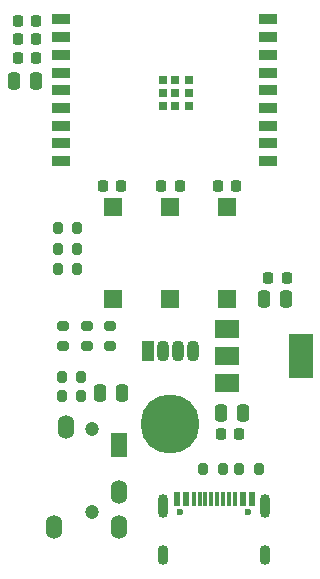
<source format=gts>
%TF.GenerationSoftware,KiCad,Pcbnew,7.0.2-6a45011f42~172~ubuntu22.04.1*%
%TF.CreationDate,2023-05-17T08:32:53+02:00*%
%TF.ProjectId,PowerMeterLC,506f7765-724d-4657-9465-724c432e6b69,rev?*%
%TF.SameCoordinates,Original*%
%TF.FileFunction,Soldermask,Top*%
%TF.FilePolarity,Negative*%
%FSLAX46Y46*%
G04 Gerber Fmt 4.6, Leading zero omitted, Abs format (unit mm)*
G04 Created by KiCad (PCBNEW 7.0.2-6a45011f42~172~ubuntu22.04.1) date 2023-05-17 08:32:53*
%MOMM*%
%LPD*%
G01*
G04 APERTURE LIST*
G04 Aperture macros list*
%AMRoundRect*
0 Rectangle with rounded corners*
0 $1 Rounding radius*
0 $2 $3 $4 $5 $6 $7 $8 $9 X,Y pos of 4 corners*
0 Add a 4 corners polygon primitive as box body*
4,1,4,$2,$3,$4,$5,$6,$7,$8,$9,$2,$3,0*
0 Add four circle primitives for the rounded corners*
1,1,$1+$1,$2,$3*
1,1,$1+$1,$4,$5*
1,1,$1+$1,$6,$7*
1,1,$1+$1,$8,$9*
0 Add four rect primitives between the rounded corners*
20,1,$1+$1,$2,$3,$4,$5,0*
20,1,$1+$1,$4,$5,$6,$7,0*
20,1,$1+$1,$6,$7,$8,$9,0*
20,1,$1+$1,$8,$9,$2,$3,0*%
G04 Aperture macros list end*
%ADD10R,1.500000X1.500000*%
%ADD11C,0.800000*%
%ADD12C,5.000000*%
%ADD13RoundRect,0.200000X0.200000X0.275000X-0.200000X0.275000X-0.200000X-0.275000X0.200000X-0.275000X0*%
%ADD14RoundRect,0.200000X-0.200000X-0.275000X0.200000X-0.275000X0.200000X0.275000X-0.200000X0.275000X0*%
%ADD15RoundRect,0.200000X-0.275000X0.200000X-0.275000X-0.200000X0.275000X-0.200000X0.275000X0.200000X0*%
%ADD16R,1.500000X0.900000*%
%ADD17R,0.700000X0.700000*%
%ADD18RoundRect,0.225000X-0.225000X-0.250000X0.225000X-0.250000X0.225000X0.250000X-0.225000X0.250000X0*%
%ADD19RoundRect,0.225000X0.225000X0.250000X-0.225000X0.250000X-0.225000X-0.250000X0.225000X-0.250000X0*%
%ADD20R,2.000000X1.500000*%
%ADD21R,2.000000X3.800000*%
%ADD22C,0.600000*%
%ADD23R,0.600000X1.160000*%
%ADD24R,0.300000X1.160000*%
%ADD25O,0.900000X2.000000*%
%ADD26O,0.900000X1.700000*%
%ADD27RoundRect,0.250000X0.250000X0.475000X-0.250000X0.475000X-0.250000X-0.475000X0.250000X-0.475000X0*%
%ADD28RoundRect,0.250000X-0.250000X-0.475000X0.250000X-0.475000X0.250000X0.475000X-0.250000X0.475000X0*%
%ADD29C,1.200000*%
%ADD30O,1.400000X2.000000*%
%ADD31R,1.400000X2.000000*%
%ADD32R,1.070000X1.800000*%
%ADD33O,1.070000X1.800000*%
G04 APERTURE END LIST*
D10*
%TO.C,SW2*%
X22610000Y-165300000D03*
X22610000Y-173100000D03*
%TD*%
D11*
%TO.C,TP1*%
X25595000Y-183625000D03*
X26144175Y-182299175D03*
X26144175Y-184950825D03*
X27470000Y-181750000D03*
D12*
X27470000Y-183625000D03*
D11*
X27470000Y-185500000D03*
X28795825Y-182299175D03*
X28795825Y-184950825D03*
X29345000Y-183625000D03*
%TD*%
D13*
%TO.C,R10*%
X19935000Y-181300000D03*
X18285000Y-181300000D03*
%TD*%
D14*
%TO.C,R2*%
X17960000Y-167100000D03*
X19610000Y-167100000D03*
%TD*%
D15*
%TO.C,R7*%
X22410000Y-175400000D03*
X22410000Y-177050000D03*
%TD*%
D16*
%TO.C,U4*%
X18250000Y-149400000D03*
X18250000Y-150900000D03*
X18250000Y-152400000D03*
X18250000Y-153900000D03*
X18250000Y-155400000D03*
X18250000Y-156900000D03*
X18250000Y-158400000D03*
X18250000Y-159900000D03*
X18250000Y-161400000D03*
X35750000Y-161400000D03*
X35750000Y-159900000D03*
X35750000Y-158400000D03*
X35750000Y-156900000D03*
X35750000Y-155400000D03*
X35750000Y-153900000D03*
X35750000Y-152400000D03*
X35750000Y-150900000D03*
X35750000Y-149400000D03*
D17*
X26860000Y-154500000D03*
X26860000Y-155600000D03*
X26860000Y-156700000D03*
X27910000Y-154500000D03*
X27910000Y-155600000D03*
X27910000Y-156700000D03*
X29060000Y-154500000D03*
X29060000Y-155600000D03*
X29060000Y-156700000D03*
%TD*%
D18*
%TO.C,C17*%
X31735000Y-184500000D03*
X33285000Y-184500000D03*
%TD*%
D14*
%TO.C,R3*%
X17960000Y-170500000D03*
X19610000Y-170500000D03*
%TD*%
D19*
%TO.C,C10*%
X16110000Y-149500000D03*
X14560000Y-149500000D03*
%TD*%
D20*
%TO.C,U2*%
X32260000Y-175600000D03*
X32260000Y-177900000D03*
D21*
X38560000Y-177900000D03*
D20*
X32260000Y-180200000D03*
%TD*%
D22*
%TO.C,J2*%
X28320000Y-191075000D03*
X34100000Y-191075000D03*
D23*
X28010000Y-190015000D03*
X28810000Y-190015000D03*
D24*
X29960000Y-190015000D03*
X30960000Y-190015000D03*
X31460000Y-190015000D03*
X32460000Y-190015000D03*
D23*
X33610000Y-190015000D03*
X34410000Y-190015000D03*
X34410000Y-190015000D03*
X33610000Y-190015000D03*
D24*
X32960000Y-190015000D03*
X31960000Y-190015000D03*
X30460000Y-190015000D03*
X29460000Y-190015000D03*
D23*
X28810000Y-190015000D03*
X28010000Y-190015000D03*
D25*
X26890000Y-190595000D03*
D26*
X26890000Y-194765000D03*
D25*
X35530000Y-190595000D03*
D26*
X35530000Y-194765000D03*
%TD*%
D14*
%TO.C,R4*%
X33310000Y-187500000D03*
X34960000Y-187500000D03*
%TD*%
D27*
%TO.C,C12*%
X37310000Y-173100000D03*
X35410000Y-173100000D03*
%TD*%
D28*
%TO.C,C14*%
X31760000Y-182700000D03*
X33660000Y-182700000D03*
%TD*%
D18*
%TO.C,C18*%
X26725000Y-163500000D03*
X28275000Y-163500000D03*
%TD*%
D19*
%TO.C,C13*%
X16110000Y-152700000D03*
X14560000Y-152700000D03*
%TD*%
D18*
%TO.C,C5*%
X31525000Y-163500000D03*
X33075000Y-163500000D03*
%TD*%
D14*
%TO.C,R11*%
X18285000Y-179700000D03*
X19935000Y-179700000D03*
%TD*%
D15*
%TO.C,R9*%
X20410000Y-175400000D03*
X20410000Y-177050000D03*
%TD*%
D27*
%TO.C,C15*%
X16110000Y-154600000D03*
X14210000Y-154600000D03*
%TD*%
D19*
%TO.C,C16*%
X16110000Y-151100000D03*
X14560000Y-151100000D03*
%TD*%
D10*
%TO.C,SW1*%
X32300000Y-165300000D03*
X32300000Y-173100000D03*
%TD*%
D14*
%TO.C,R6*%
X17960000Y-168800000D03*
X19610000Y-168800000D03*
%TD*%
D29*
%TO.C,J3*%
X20832500Y-191100000D03*
X20832500Y-184100000D03*
D30*
X17632500Y-192400000D03*
X23132500Y-189400000D03*
X23132500Y-192400000D03*
X18632500Y-183900000D03*
D31*
X23132500Y-185400000D03*
%TD*%
D19*
%TO.C,C11*%
X37335000Y-171300000D03*
X35785000Y-171300000D03*
%TD*%
D10*
%TO.C,SW3*%
X27470000Y-165300000D03*
X27470000Y-173100000D03*
%TD*%
D14*
%TO.C,R5*%
X30260000Y-187500000D03*
X31910000Y-187500000D03*
%TD*%
D32*
%TO.C,D2*%
X25570000Y-177500000D03*
D33*
X26840000Y-177500000D03*
X28110000Y-177500000D03*
X29380000Y-177500000D03*
%TD*%
D28*
%TO.C,C19*%
X21510000Y-181000000D03*
X23410000Y-181000000D03*
%TD*%
D15*
%TO.C,R8*%
X18410000Y-175400000D03*
X18410000Y-177050000D03*
%TD*%
D18*
%TO.C,C6*%
X21760000Y-163500000D03*
X23310000Y-163500000D03*
%TD*%
M02*

</source>
